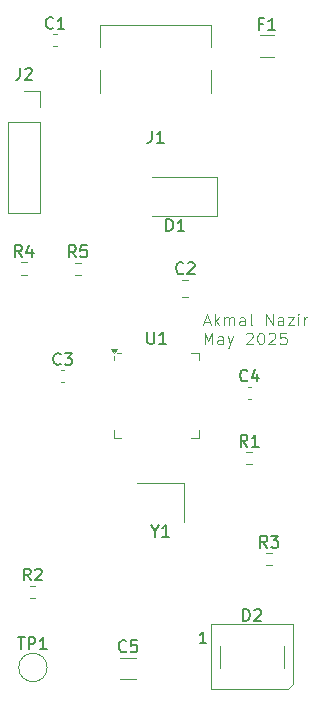
<source format=gbr>
%TF.GenerationSoftware,KiCad,Pcbnew,8.0.6*%
%TF.CreationDate,2025-05-14T20:02:39-04:00*%
%TF.ProjectId,touch_volume_controller,746f7563-685f-4766-9f6c-756d655f636f,rev?*%
%TF.SameCoordinates,Original*%
%TF.FileFunction,Legend,Top*%
%TF.FilePolarity,Positive*%
%FSLAX46Y46*%
G04 Gerber Fmt 4.6, Leading zero omitted, Abs format (unit mm)*
G04 Created by KiCad (PCBNEW 8.0.6) date 2025-05-14 20:02:39*
%MOMM*%
%LPD*%
G01*
G04 APERTURE LIST*
%ADD10C,0.100000*%
%ADD11C,0.150000*%
%ADD12C,0.120000*%
G04 APERTURE END LIST*
D10*
X46204865Y-74710160D02*
X46681055Y-74710160D01*
X46109627Y-74995875D02*
X46442960Y-73995875D01*
X46442960Y-73995875D02*
X46776293Y-74995875D01*
X47109627Y-74995875D02*
X47109627Y-73995875D01*
X47204865Y-74614922D02*
X47490579Y-74995875D01*
X47490579Y-74329208D02*
X47109627Y-74710160D01*
X47919151Y-74995875D02*
X47919151Y-74329208D01*
X47919151Y-74424446D02*
X47966770Y-74376827D01*
X47966770Y-74376827D02*
X48062008Y-74329208D01*
X48062008Y-74329208D02*
X48204865Y-74329208D01*
X48204865Y-74329208D02*
X48300103Y-74376827D01*
X48300103Y-74376827D02*
X48347722Y-74472065D01*
X48347722Y-74472065D02*
X48347722Y-74995875D01*
X48347722Y-74472065D02*
X48395341Y-74376827D01*
X48395341Y-74376827D02*
X48490579Y-74329208D01*
X48490579Y-74329208D02*
X48633436Y-74329208D01*
X48633436Y-74329208D02*
X48728675Y-74376827D01*
X48728675Y-74376827D02*
X48776294Y-74472065D01*
X48776294Y-74472065D02*
X48776294Y-74995875D01*
X49681055Y-74995875D02*
X49681055Y-74472065D01*
X49681055Y-74472065D02*
X49633436Y-74376827D01*
X49633436Y-74376827D02*
X49538198Y-74329208D01*
X49538198Y-74329208D02*
X49347722Y-74329208D01*
X49347722Y-74329208D02*
X49252484Y-74376827D01*
X49681055Y-74948256D02*
X49585817Y-74995875D01*
X49585817Y-74995875D02*
X49347722Y-74995875D01*
X49347722Y-74995875D02*
X49252484Y-74948256D01*
X49252484Y-74948256D02*
X49204865Y-74853017D01*
X49204865Y-74853017D02*
X49204865Y-74757779D01*
X49204865Y-74757779D02*
X49252484Y-74662541D01*
X49252484Y-74662541D02*
X49347722Y-74614922D01*
X49347722Y-74614922D02*
X49585817Y-74614922D01*
X49585817Y-74614922D02*
X49681055Y-74567303D01*
X50300103Y-74995875D02*
X50204865Y-74948256D01*
X50204865Y-74948256D02*
X50157246Y-74853017D01*
X50157246Y-74853017D02*
X50157246Y-73995875D01*
X51442961Y-74995875D02*
X51442961Y-73995875D01*
X51442961Y-73995875D02*
X52014389Y-74995875D01*
X52014389Y-74995875D02*
X52014389Y-73995875D01*
X52919151Y-74995875D02*
X52919151Y-74472065D01*
X52919151Y-74472065D02*
X52871532Y-74376827D01*
X52871532Y-74376827D02*
X52776294Y-74329208D01*
X52776294Y-74329208D02*
X52585818Y-74329208D01*
X52585818Y-74329208D02*
X52490580Y-74376827D01*
X52919151Y-74948256D02*
X52823913Y-74995875D01*
X52823913Y-74995875D02*
X52585818Y-74995875D01*
X52585818Y-74995875D02*
X52490580Y-74948256D01*
X52490580Y-74948256D02*
X52442961Y-74853017D01*
X52442961Y-74853017D02*
X52442961Y-74757779D01*
X52442961Y-74757779D02*
X52490580Y-74662541D01*
X52490580Y-74662541D02*
X52585818Y-74614922D01*
X52585818Y-74614922D02*
X52823913Y-74614922D01*
X52823913Y-74614922D02*
X52919151Y-74567303D01*
X53300104Y-74329208D02*
X53823913Y-74329208D01*
X53823913Y-74329208D02*
X53300104Y-74995875D01*
X53300104Y-74995875D02*
X53823913Y-74995875D01*
X54204866Y-74995875D02*
X54204866Y-74329208D01*
X54204866Y-73995875D02*
X54157247Y-74043494D01*
X54157247Y-74043494D02*
X54204866Y-74091113D01*
X54204866Y-74091113D02*
X54252485Y-74043494D01*
X54252485Y-74043494D02*
X54204866Y-73995875D01*
X54204866Y-73995875D02*
X54204866Y-74091113D01*
X54681056Y-74995875D02*
X54681056Y-74329208D01*
X54681056Y-74519684D02*
X54728675Y-74424446D01*
X54728675Y-74424446D02*
X54776294Y-74376827D01*
X54776294Y-74376827D02*
X54871532Y-74329208D01*
X54871532Y-74329208D02*
X54966770Y-74329208D01*
X46252484Y-76605819D02*
X46252484Y-75605819D01*
X46252484Y-75605819D02*
X46585817Y-76320104D01*
X46585817Y-76320104D02*
X46919150Y-75605819D01*
X46919150Y-75605819D02*
X46919150Y-76605819D01*
X47823912Y-76605819D02*
X47823912Y-76082009D01*
X47823912Y-76082009D02*
X47776293Y-75986771D01*
X47776293Y-75986771D02*
X47681055Y-75939152D01*
X47681055Y-75939152D02*
X47490579Y-75939152D01*
X47490579Y-75939152D02*
X47395341Y-75986771D01*
X47823912Y-76558200D02*
X47728674Y-76605819D01*
X47728674Y-76605819D02*
X47490579Y-76605819D01*
X47490579Y-76605819D02*
X47395341Y-76558200D01*
X47395341Y-76558200D02*
X47347722Y-76462961D01*
X47347722Y-76462961D02*
X47347722Y-76367723D01*
X47347722Y-76367723D02*
X47395341Y-76272485D01*
X47395341Y-76272485D02*
X47490579Y-76224866D01*
X47490579Y-76224866D02*
X47728674Y-76224866D01*
X47728674Y-76224866D02*
X47823912Y-76177247D01*
X48204865Y-75939152D02*
X48442960Y-76605819D01*
X48681055Y-75939152D02*
X48442960Y-76605819D01*
X48442960Y-76605819D02*
X48347722Y-76843914D01*
X48347722Y-76843914D02*
X48300103Y-76891533D01*
X48300103Y-76891533D02*
X48204865Y-76939152D01*
X49776294Y-75701057D02*
X49823913Y-75653438D01*
X49823913Y-75653438D02*
X49919151Y-75605819D01*
X49919151Y-75605819D02*
X50157246Y-75605819D01*
X50157246Y-75605819D02*
X50252484Y-75653438D01*
X50252484Y-75653438D02*
X50300103Y-75701057D01*
X50300103Y-75701057D02*
X50347722Y-75796295D01*
X50347722Y-75796295D02*
X50347722Y-75891533D01*
X50347722Y-75891533D02*
X50300103Y-76034390D01*
X50300103Y-76034390D02*
X49728675Y-76605819D01*
X49728675Y-76605819D02*
X50347722Y-76605819D01*
X50966770Y-75605819D02*
X51062008Y-75605819D01*
X51062008Y-75605819D02*
X51157246Y-75653438D01*
X51157246Y-75653438D02*
X51204865Y-75701057D01*
X51204865Y-75701057D02*
X51252484Y-75796295D01*
X51252484Y-75796295D02*
X51300103Y-75986771D01*
X51300103Y-75986771D02*
X51300103Y-76224866D01*
X51300103Y-76224866D02*
X51252484Y-76415342D01*
X51252484Y-76415342D02*
X51204865Y-76510580D01*
X51204865Y-76510580D02*
X51157246Y-76558200D01*
X51157246Y-76558200D02*
X51062008Y-76605819D01*
X51062008Y-76605819D02*
X50966770Y-76605819D01*
X50966770Y-76605819D02*
X50871532Y-76558200D01*
X50871532Y-76558200D02*
X50823913Y-76510580D01*
X50823913Y-76510580D02*
X50776294Y-76415342D01*
X50776294Y-76415342D02*
X50728675Y-76224866D01*
X50728675Y-76224866D02*
X50728675Y-75986771D01*
X50728675Y-75986771D02*
X50776294Y-75796295D01*
X50776294Y-75796295D02*
X50823913Y-75701057D01*
X50823913Y-75701057D02*
X50871532Y-75653438D01*
X50871532Y-75653438D02*
X50966770Y-75605819D01*
X51681056Y-75701057D02*
X51728675Y-75653438D01*
X51728675Y-75653438D02*
X51823913Y-75605819D01*
X51823913Y-75605819D02*
X52062008Y-75605819D01*
X52062008Y-75605819D02*
X52157246Y-75653438D01*
X52157246Y-75653438D02*
X52204865Y-75701057D01*
X52204865Y-75701057D02*
X52252484Y-75796295D01*
X52252484Y-75796295D02*
X52252484Y-75891533D01*
X52252484Y-75891533D02*
X52204865Y-76034390D01*
X52204865Y-76034390D02*
X51633437Y-76605819D01*
X51633437Y-76605819D02*
X52252484Y-76605819D01*
X53157246Y-75605819D02*
X52681056Y-75605819D01*
X52681056Y-75605819D02*
X52633437Y-76082009D01*
X52633437Y-76082009D02*
X52681056Y-76034390D01*
X52681056Y-76034390D02*
X52776294Y-75986771D01*
X52776294Y-75986771D02*
X53014389Y-75986771D01*
X53014389Y-75986771D02*
X53109627Y-76034390D01*
X53109627Y-76034390D02*
X53157246Y-76082009D01*
X53157246Y-76082009D02*
X53204865Y-76177247D01*
X53204865Y-76177247D02*
X53204865Y-76415342D01*
X53204865Y-76415342D02*
X53157246Y-76510580D01*
X53157246Y-76510580D02*
X53109627Y-76558200D01*
X53109627Y-76558200D02*
X53014389Y-76605819D01*
X53014389Y-76605819D02*
X52776294Y-76605819D01*
X52776294Y-76605819D02*
X52681056Y-76558200D01*
X52681056Y-76558200D02*
X52633437Y-76510580D01*
D11*
X30795933Y-69205019D02*
X30462600Y-68728828D01*
X30224505Y-69205019D02*
X30224505Y-68205019D01*
X30224505Y-68205019D02*
X30605457Y-68205019D01*
X30605457Y-68205019D02*
X30700695Y-68252638D01*
X30700695Y-68252638D02*
X30748314Y-68300257D01*
X30748314Y-68300257D02*
X30795933Y-68395495D01*
X30795933Y-68395495D02*
X30795933Y-68538352D01*
X30795933Y-68538352D02*
X30748314Y-68633590D01*
X30748314Y-68633590D02*
X30700695Y-68681209D01*
X30700695Y-68681209D02*
X30605457Y-68728828D01*
X30605457Y-68728828D02*
X30224505Y-68728828D01*
X31653076Y-68538352D02*
X31653076Y-69205019D01*
X31414981Y-68157400D02*
X31176886Y-68871685D01*
X31176886Y-68871685D02*
X31795933Y-68871685D01*
X34072533Y-78253780D02*
X34024914Y-78301400D01*
X34024914Y-78301400D02*
X33882057Y-78349019D01*
X33882057Y-78349019D02*
X33786819Y-78349019D01*
X33786819Y-78349019D02*
X33643962Y-78301400D01*
X33643962Y-78301400D02*
X33548724Y-78206161D01*
X33548724Y-78206161D02*
X33501105Y-78110923D01*
X33501105Y-78110923D02*
X33453486Y-77920447D01*
X33453486Y-77920447D02*
X33453486Y-77777590D01*
X33453486Y-77777590D02*
X33501105Y-77587114D01*
X33501105Y-77587114D02*
X33548724Y-77491876D01*
X33548724Y-77491876D02*
X33643962Y-77396638D01*
X33643962Y-77396638D02*
X33786819Y-77349019D01*
X33786819Y-77349019D02*
X33882057Y-77349019D01*
X33882057Y-77349019D02*
X34024914Y-77396638D01*
X34024914Y-77396638D02*
X34072533Y-77444257D01*
X34405867Y-77349019D02*
X35024914Y-77349019D01*
X35024914Y-77349019D02*
X34691581Y-77729971D01*
X34691581Y-77729971D02*
X34834438Y-77729971D01*
X34834438Y-77729971D02*
X34929676Y-77777590D01*
X34929676Y-77777590D02*
X34977295Y-77825209D01*
X34977295Y-77825209D02*
X35024914Y-77920447D01*
X35024914Y-77920447D02*
X35024914Y-78158542D01*
X35024914Y-78158542D02*
X34977295Y-78253780D01*
X34977295Y-78253780D02*
X34929676Y-78301400D01*
X34929676Y-78301400D02*
X34834438Y-78349019D01*
X34834438Y-78349019D02*
X34548724Y-78349019D01*
X34548724Y-78349019D02*
X34453486Y-78301400D01*
X34453486Y-78301400D02*
X34405867Y-78253780D01*
X42051209Y-92407228D02*
X42051209Y-92883419D01*
X41717876Y-91883419D02*
X42051209Y-92407228D01*
X42051209Y-92407228D02*
X42384542Y-91883419D01*
X43241685Y-92883419D02*
X42670257Y-92883419D01*
X42955971Y-92883419D02*
X42955971Y-91883419D01*
X42955971Y-91883419D02*
X42860733Y-92026276D01*
X42860733Y-92026276D02*
X42765495Y-92121514D01*
X42765495Y-92121514D02*
X42670257Y-92169133D01*
X31532533Y-96586219D02*
X31199200Y-96110028D01*
X30961105Y-96586219D02*
X30961105Y-95586219D01*
X30961105Y-95586219D02*
X31342057Y-95586219D01*
X31342057Y-95586219D02*
X31437295Y-95633838D01*
X31437295Y-95633838D02*
X31484914Y-95681457D01*
X31484914Y-95681457D02*
X31532533Y-95776695D01*
X31532533Y-95776695D02*
X31532533Y-95919552D01*
X31532533Y-95919552D02*
X31484914Y-96014790D01*
X31484914Y-96014790D02*
X31437295Y-96062409D01*
X31437295Y-96062409D02*
X31342057Y-96110028D01*
X31342057Y-96110028D02*
X30961105Y-96110028D01*
X31913486Y-95681457D02*
X31961105Y-95633838D01*
X31961105Y-95633838D02*
X32056343Y-95586219D01*
X32056343Y-95586219D02*
X32294438Y-95586219D01*
X32294438Y-95586219D02*
X32389676Y-95633838D01*
X32389676Y-95633838D02*
X32437295Y-95681457D01*
X32437295Y-95681457D02*
X32484914Y-95776695D01*
X32484914Y-95776695D02*
X32484914Y-95871933D01*
X32484914Y-95871933D02*
X32437295Y-96014790D01*
X32437295Y-96014790D02*
X31865867Y-96586219D01*
X31865867Y-96586219D02*
X32484914Y-96586219D01*
X33437533Y-49805780D02*
X33389914Y-49853400D01*
X33389914Y-49853400D02*
X33247057Y-49901019D01*
X33247057Y-49901019D02*
X33151819Y-49901019D01*
X33151819Y-49901019D02*
X33008962Y-49853400D01*
X33008962Y-49853400D02*
X32913724Y-49758161D01*
X32913724Y-49758161D02*
X32866105Y-49662923D01*
X32866105Y-49662923D02*
X32818486Y-49472447D01*
X32818486Y-49472447D02*
X32818486Y-49329590D01*
X32818486Y-49329590D02*
X32866105Y-49139114D01*
X32866105Y-49139114D02*
X32913724Y-49043876D01*
X32913724Y-49043876D02*
X33008962Y-48948638D01*
X33008962Y-48948638D02*
X33151819Y-48901019D01*
X33151819Y-48901019D02*
X33247057Y-48901019D01*
X33247057Y-48901019D02*
X33389914Y-48948638D01*
X33389914Y-48948638D02*
X33437533Y-48996257D01*
X34389914Y-49901019D02*
X33818486Y-49901019D01*
X34104200Y-49901019D02*
X34104200Y-48901019D01*
X34104200Y-48901019D02*
X34008962Y-49043876D01*
X34008962Y-49043876D02*
X33913724Y-49139114D01*
X33913724Y-49139114D02*
X33818486Y-49186733D01*
X39609733Y-102573380D02*
X39562114Y-102621000D01*
X39562114Y-102621000D02*
X39419257Y-102668619D01*
X39419257Y-102668619D02*
X39324019Y-102668619D01*
X39324019Y-102668619D02*
X39181162Y-102621000D01*
X39181162Y-102621000D02*
X39085924Y-102525761D01*
X39085924Y-102525761D02*
X39038305Y-102430523D01*
X39038305Y-102430523D02*
X38990686Y-102240047D01*
X38990686Y-102240047D02*
X38990686Y-102097190D01*
X38990686Y-102097190D02*
X39038305Y-101906714D01*
X39038305Y-101906714D02*
X39085924Y-101811476D01*
X39085924Y-101811476D02*
X39181162Y-101716238D01*
X39181162Y-101716238D02*
X39324019Y-101668619D01*
X39324019Y-101668619D02*
X39419257Y-101668619D01*
X39419257Y-101668619D02*
X39562114Y-101716238D01*
X39562114Y-101716238D02*
X39609733Y-101763857D01*
X40514495Y-101668619D02*
X40038305Y-101668619D01*
X40038305Y-101668619D02*
X39990686Y-102144809D01*
X39990686Y-102144809D02*
X40038305Y-102097190D01*
X40038305Y-102097190D02*
X40133543Y-102049571D01*
X40133543Y-102049571D02*
X40371638Y-102049571D01*
X40371638Y-102049571D02*
X40466876Y-102097190D01*
X40466876Y-102097190D02*
X40514495Y-102144809D01*
X40514495Y-102144809D02*
X40562114Y-102240047D01*
X40562114Y-102240047D02*
X40562114Y-102478142D01*
X40562114Y-102478142D02*
X40514495Y-102573380D01*
X40514495Y-102573380D02*
X40466876Y-102621000D01*
X40466876Y-102621000D02*
X40371638Y-102668619D01*
X40371638Y-102668619D02*
X40133543Y-102668619D01*
X40133543Y-102668619D02*
X40038305Y-102621000D01*
X40038305Y-102621000D02*
X39990686Y-102573380D01*
X43026105Y-67013619D02*
X43026105Y-66013619D01*
X43026105Y-66013619D02*
X43264200Y-66013619D01*
X43264200Y-66013619D02*
X43407057Y-66061238D01*
X43407057Y-66061238D02*
X43502295Y-66156476D01*
X43502295Y-66156476D02*
X43549914Y-66251714D01*
X43549914Y-66251714D02*
X43597533Y-66442190D01*
X43597533Y-66442190D02*
X43597533Y-66585047D01*
X43597533Y-66585047D02*
X43549914Y-66775523D01*
X43549914Y-66775523D02*
X43502295Y-66870761D01*
X43502295Y-66870761D02*
X43407057Y-66966000D01*
X43407057Y-66966000D02*
X43264200Y-67013619D01*
X43264200Y-67013619D02*
X43026105Y-67013619D01*
X44549914Y-67013619D02*
X43978486Y-67013619D01*
X44264200Y-67013619D02*
X44264200Y-66013619D01*
X44264200Y-66013619D02*
X44168962Y-66156476D01*
X44168962Y-66156476D02*
X44073724Y-66251714D01*
X44073724Y-66251714D02*
X43978486Y-66299333D01*
X51547733Y-93817619D02*
X51214400Y-93341428D01*
X50976305Y-93817619D02*
X50976305Y-92817619D01*
X50976305Y-92817619D02*
X51357257Y-92817619D01*
X51357257Y-92817619D02*
X51452495Y-92865238D01*
X51452495Y-92865238D02*
X51500114Y-92912857D01*
X51500114Y-92912857D02*
X51547733Y-93008095D01*
X51547733Y-93008095D02*
X51547733Y-93150952D01*
X51547733Y-93150952D02*
X51500114Y-93246190D01*
X51500114Y-93246190D02*
X51452495Y-93293809D01*
X51452495Y-93293809D02*
X51357257Y-93341428D01*
X51357257Y-93341428D02*
X50976305Y-93341428D01*
X51881067Y-92817619D02*
X52500114Y-92817619D01*
X52500114Y-92817619D02*
X52166781Y-93198571D01*
X52166781Y-93198571D02*
X52309638Y-93198571D01*
X52309638Y-93198571D02*
X52404876Y-93246190D01*
X52404876Y-93246190D02*
X52452495Y-93293809D01*
X52452495Y-93293809D02*
X52500114Y-93389047D01*
X52500114Y-93389047D02*
X52500114Y-93627142D01*
X52500114Y-93627142D02*
X52452495Y-93722380D01*
X52452495Y-93722380D02*
X52404876Y-93770000D01*
X52404876Y-93770000D02*
X52309638Y-93817619D01*
X52309638Y-93817619D02*
X52023924Y-93817619D01*
X52023924Y-93817619D02*
X51928686Y-93770000D01*
X51928686Y-93770000D02*
X51881067Y-93722380D01*
X49871333Y-85257819D02*
X49538000Y-84781628D01*
X49299905Y-85257819D02*
X49299905Y-84257819D01*
X49299905Y-84257819D02*
X49680857Y-84257819D01*
X49680857Y-84257819D02*
X49776095Y-84305438D01*
X49776095Y-84305438D02*
X49823714Y-84353057D01*
X49823714Y-84353057D02*
X49871333Y-84448295D01*
X49871333Y-84448295D02*
X49871333Y-84591152D01*
X49871333Y-84591152D02*
X49823714Y-84686390D01*
X49823714Y-84686390D02*
X49776095Y-84734009D01*
X49776095Y-84734009D02*
X49680857Y-84781628D01*
X49680857Y-84781628D02*
X49299905Y-84781628D01*
X50823714Y-85257819D02*
X50252286Y-85257819D01*
X50538000Y-85257819D02*
X50538000Y-84257819D01*
X50538000Y-84257819D02*
X50442762Y-84400676D01*
X50442762Y-84400676D02*
X50347524Y-84495914D01*
X50347524Y-84495914D02*
X50252286Y-84543533D01*
X49871333Y-79650780D02*
X49823714Y-79698400D01*
X49823714Y-79698400D02*
X49680857Y-79746019D01*
X49680857Y-79746019D02*
X49585619Y-79746019D01*
X49585619Y-79746019D02*
X49442762Y-79698400D01*
X49442762Y-79698400D02*
X49347524Y-79603161D01*
X49347524Y-79603161D02*
X49299905Y-79507923D01*
X49299905Y-79507923D02*
X49252286Y-79317447D01*
X49252286Y-79317447D02*
X49252286Y-79174590D01*
X49252286Y-79174590D02*
X49299905Y-78984114D01*
X49299905Y-78984114D02*
X49347524Y-78888876D01*
X49347524Y-78888876D02*
X49442762Y-78793638D01*
X49442762Y-78793638D02*
X49585619Y-78746019D01*
X49585619Y-78746019D02*
X49680857Y-78746019D01*
X49680857Y-78746019D02*
X49823714Y-78793638D01*
X49823714Y-78793638D02*
X49871333Y-78841257D01*
X50728476Y-79079352D02*
X50728476Y-79746019D01*
X50490381Y-78698400D02*
X50252286Y-79412685D01*
X50252286Y-79412685D02*
X50871333Y-79412685D01*
X30462695Y-101419019D02*
X31034123Y-101419019D01*
X30748409Y-102419019D02*
X30748409Y-101419019D01*
X31367457Y-102419019D02*
X31367457Y-101419019D01*
X31367457Y-101419019D02*
X31748409Y-101419019D01*
X31748409Y-101419019D02*
X31843647Y-101466638D01*
X31843647Y-101466638D02*
X31891266Y-101514257D01*
X31891266Y-101514257D02*
X31938885Y-101609495D01*
X31938885Y-101609495D02*
X31938885Y-101752352D01*
X31938885Y-101752352D02*
X31891266Y-101847590D01*
X31891266Y-101847590D02*
X31843647Y-101895209D01*
X31843647Y-101895209D02*
X31748409Y-101942828D01*
X31748409Y-101942828D02*
X31367457Y-101942828D01*
X32891266Y-102419019D02*
X32319838Y-102419019D01*
X32605552Y-102419019D02*
X32605552Y-101419019D01*
X32605552Y-101419019D02*
X32510314Y-101561876D01*
X32510314Y-101561876D02*
X32415076Y-101657114D01*
X32415076Y-101657114D02*
X32319838Y-101704733D01*
X44461133Y-70561580D02*
X44413514Y-70609200D01*
X44413514Y-70609200D02*
X44270657Y-70656819D01*
X44270657Y-70656819D02*
X44175419Y-70656819D01*
X44175419Y-70656819D02*
X44032562Y-70609200D01*
X44032562Y-70609200D02*
X43937324Y-70513961D01*
X43937324Y-70513961D02*
X43889705Y-70418723D01*
X43889705Y-70418723D02*
X43842086Y-70228247D01*
X43842086Y-70228247D02*
X43842086Y-70085390D01*
X43842086Y-70085390D02*
X43889705Y-69894914D01*
X43889705Y-69894914D02*
X43937324Y-69799676D01*
X43937324Y-69799676D02*
X44032562Y-69704438D01*
X44032562Y-69704438D02*
X44175419Y-69656819D01*
X44175419Y-69656819D02*
X44270657Y-69656819D01*
X44270657Y-69656819D02*
X44413514Y-69704438D01*
X44413514Y-69704438D02*
X44461133Y-69752057D01*
X44842086Y-69752057D02*
X44889705Y-69704438D01*
X44889705Y-69704438D02*
X44984943Y-69656819D01*
X44984943Y-69656819D02*
X45223038Y-69656819D01*
X45223038Y-69656819D02*
X45318276Y-69704438D01*
X45318276Y-69704438D02*
X45365895Y-69752057D01*
X45365895Y-69752057D02*
X45413514Y-69847295D01*
X45413514Y-69847295D02*
X45413514Y-69942533D01*
X45413514Y-69942533D02*
X45365895Y-70085390D01*
X45365895Y-70085390D02*
X44794467Y-70656819D01*
X44794467Y-70656819D02*
X45413514Y-70656819D01*
X49528505Y-100028019D02*
X49528505Y-99028019D01*
X49528505Y-99028019D02*
X49766600Y-99028019D01*
X49766600Y-99028019D02*
X49909457Y-99075638D01*
X49909457Y-99075638D02*
X50004695Y-99170876D01*
X50004695Y-99170876D02*
X50052314Y-99266114D01*
X50052314Y-99266114D02*
X50099933Y-99456590D01*
X50099933Y-99456590D02*
X50099933Y-99599447D01*
X50099933Y-99599447D02*
X50052314Y-99789923D01*
X50052314Y-99789923D02*
X50004695Y-99885161D01*
X50004695Y-99885161D02*
X49909457Y-99980400D01*
X49909457Y-99980400D02*
X49766600Y-100028019D01*
X49766600Y-100028019D02*
X49528505Y-100028019D01*
X50480886Y-99123257D02*
X50528505Y-99075638D01*
X50528505Y-99075638D02*
X50623743Y-99028019D01*
X50623743Y-99028019D02*
X50861838Y-99028019D01*
X50861838Y-99028019D02*
X50957076Y-99075638D01*
X50957076Y-99075638D02*
X51004695Y-99123257D01*
X51004695Y-99123257D02*
X51052314Y-99218495D01*
X51052314Y-99218495D02*
X51052314Y-99313733D01*
X51052314Y-99313733D02*
X51004695Y-99456590D01*
X51004695Y-99456590D02*
X50433267Y-100028019D01*
X50433267Y-100028019D02*
X51052314Y-100028019D01*
X46402314Y-101928019D02*
X45830886Y-101928019D01*
X46116600Y-101928019D02*
X46116600Y-100928019D01*
X46116600Y-100928019D02*
X46021362Y-101070876D01*
X46021362Y-101070876D02*
X45926124Y-101166114D01*
X45926124Y-101166114D02*
X45830886Y-101213733D01*
X35367933Y-69230419D02*
X35034600Y-68754228D01*
X34796505Y-69230419D02*
X34796505Y-68230419D01*
X34796505Y-68230419D02*
X35177457Y-68230419D01*
X35177457Y-68230419D02*
X35272695Y-68278038D01*
X35272695Y-68278038D02*
X35320314Y-68325657D01*
X35320314Y-68325657D02*
X35367933Y-68420895D01*
X35367933Y-68420895D02*
X35367933Y-68563752D01*
X35367933Y-68563752D02*
X35320314Y-68658990D01*
X35320314Y-68658990D02*
X35272695Y-68706609D01*
X35272695Y-68706609D02*
X35177457Y-68754228D01*
X35177457Y-68754228D02*
X34796505Y-68754228D01*
X36272695Y-68230419D02*
X35796505Y-68230419D01*
X35796505Y-68230419D02*
X35748886Y-68706609D01*
X35748886Y-68706609D02*
X35796505Y-68658990D01*
X35796505Y-68658990D02*
X35891743Y-68611371D01*
X35891743Y-68611371D02*
X36129838Y-68611371D01*
X36129838Y-68611371D02*
X36225076Y-68658990D01*
X36225076Y-68658990D02*
X36272695Y-68706609D01*
X36272695Y-68706609D02*
X36320314Y-68801847D01*
X36320314Y-68801847D02*
X36320314Y-69039942D01*
X36320314Y-69039942D02*
X36272695Y-69135180D01*
X36272695Y-69135180D02*
X36225076Y-69182800D01*
X36225076Y-69182800D02*
X36129838Y-69230419D01*
X36129838Y-69230419D02*
X35891743Y-69230419D01*
X35891743Y-69230419D02*
X35796505Y-69182800D01*
X35796505Y-69182800D02*
X35748886Y-69135180D01*
X41779866Y-58541419D02*
X41779866Y-59255704D01*
X41779866Y-59255704D02*
X41732247Y-59398561D01*
X41732247Y-59398561D02*
X41637009Y-59493800D01*
X41637009Y-59493800D02*
X41494152Y-59541419D01*
X41494152Y-59541419D02*
X41398914Y-59541419D01*
X42779866Y-59541419D02*
X42208438Y-59541419D01*
X42494152Y-59541419D02*
X42494152Y-58541419D01*
X42494152Y-58541419D02*
X42398914Y-58684276D01*
X42398914Y-58684276D02*
X42303676Y-58779514D01*
X42303676Y-58779514D02*
X42208438Y-58827133D01*
X30628866Y-53209819D02*
X30628866Y-53924104D01*
X30628866Y-53924104D02*
X30581247Y-54066961D01*
X30581247Y-54066961D02*
X30486009Y-54162200D01*
X30486009Y-54162200D02*
X30343152Y-54209819D01*
X30343152Y-54209819D02*
X30247914Y-54209819D01*
X31057438Y-53305057D02*
X31105057Y-53257438D01*
X31105057Y-53257438D02*
X31200295Y-53209819D01*
X31200295Y-53209819D02*
X31438390Y-53209819D01*
X31438390Y-53209819D02*
X31533628Y-53257438D01*
X31533628Y-53257438D02*
X31581247Y-53305057D01*
X31581247Y-53305057D02*
X31628866Y-53400295D01*
X31628866Y-53400295D02*
X31628866Y-53495533D01*
X31628866Y-53495533D02*
X31581247Y-53638390D01*
X31581247Y-53638390D02*
X31009819Y-54209819D01*
X31009819Y-54209819D02*
X31628866Y-54209819D01*
X51177866Y-49444409D02*
X50844533Y-49444409D01*
X50844533Y-49968219D02*
X50844533Y-48968219D01*
X50844533Y-48968219D02*
X51320723Y-48968219D01*
X52225485Y-49968219D02*
X51654057Y-49968219D01*
X51939771Y-49968219D02*
X51939771Y-48968219D01*
X51939771Y-48968219D02*
X51844533Y-49111076D01*
X51844533Y-49111076D02*
X51749295Y-49206314D01*
X51749295Y-49206314D02*
X51654057Y-49253933D01*
X41411695Y-75557719D02*
X41411695Y-76367242D01*
X41411695Y-76367242D02*
X41459314Y-76462480D01*
X41459314Y-76462480D02*
X41506933Y-76510100D01*
X41506933Y-76510100D02*
X41602171Y-76557719D01*
X41602171Y-76557719D02*
X41792647Y-76557719D01*
X41792647Y-76557719D02*
X41887885Y-76510100D01*
X41887885Y-76510100D02*
X41935504Y-76462480D01*
X41935504Y-76462480D02*
X41983123Y-76367242D01*
X41983123Y-76367242D02*
X41983123Y-75557719D01*
X42983123Y-76557719D02*
X42411695Y-76557719D01*
X42697409Y-76557719D02*
X42697409Y-75557719D01*
X42697409Y-75557719D02*
X42602171Y-75700576D01*
X42602171Y-75700576D02*
X42506933Y-75795814D01*
X42506933Y-75795814D02*
X42411695Y-75843433D01*
D12*
%TO.C,R4*%
X30725342Y-69657700D02*
X31199858Y-69657700D01*
X30725342Y-70702700D02*
X31199858Y-70702700D01*
%TO.C,C3*%
X34098620Y-78814200D02*
X34379780Y-78814200D01*
X34098620Y-79834200D02*
X34379780Y-79834200D01*
%TO.C,Y1*%
X44527400Y-88328600D02*
X40527400Y-88328600D01*
X44527400Y-91628600D02*
X44527400Y-88328600D01*
%TO.C,R2*%
X31461942Y-97038900D02*
X31936458Y-97038900D01*
X31461942Y-98083900D02*
X31936458Y-98083900D01*
%TO.C,C1*%
X33463620Y-50366200D02*
X33744780Y-50366200D01*
X33463620Y-51386200D02*
X33744780Y-51386200D01*
%TO.C,C5*%
X39065148Y-103153800D02*
X40487652Y-103153800D01*
X39065148Y-104973800D02*
X40487652Y-104973800D01*
%TO.C,D1*%
X47274200Y-62408800D02*
X41764200Y-62408800D01*
X47274200Y-65708800D02*
X41764200Y-65708800D01*
X47274200Y-65708800D02*
X47274200Y-62408800D01*
%TO.C,R3*%
X51477142Y-94270300D02*
X51951658Y-94270300D01*
X51477142Y-95315300D02*
X51951658Y-95315300D01*
%TO.C,R1*%
X49800742Y-85710500D02*
X50275258Y-85710500D01*
X49800742Y-86755500D02*
X50275258Y-86755500D01*
%TO.C,C4*%
X49897420Y-80211200D02*
X50178580Y-80211200D01*
X49897420Y-81231200D02*
X50178580Y-81231200D01*
%TO.C,TP1*%
X32924600Y-103962200D02*
G75*
G02*
X30524600Y-103962200I-1200000J0D01*
G01*
X30524600Y-103962200D02*
G75*
G02*
X32924600Y-103962200I1200000J0D01*
G01*
%TO.C,C2*%
X44366548Y-71147000D02*
X44889052Y-71147000D01*
X44366548Y-72617000D02*
X44889052Y-72617000D01*
%TO.C,D2*%
X46766600Y-100323200D02*
X46766600Y-105823200D01*
X46766600Y-100323200D02*
X53766600Y-100323200D01*
X46766600Y-105823200D02*
X53316600Y-105823200D01*
X47566600Y-103973200D02*
X47566600Y-102173200D01*
X52966600Y-103973200D02*
X52966600Y-102173200D01*
X53316600Y-105823200D02*
X53766600Y-105373200D01*
X53766600Y-105373200D02*
X53766600Y-100323200D01*
%TO.C,R5*%
X35297342Y-69683100D02*
X35771858Y-69683100D01*
X35297342Y-70728100D02*
X35771858Y-70728100D01*
%TO.C,J1*%
X37413200Y-51441600D02*
X37413200Y-49541600D01*
X37413200Y-55341600D02*
X37413200Y-53341600D01*
X46813200Y-49541600D02*
X37413200Y-49541600D01*
X46813200Y-51441600D02*
X46813200Y-49541600D01*
X46813200Y-55341600D02*
X46813200Y-53341600D01*
%TO.C,J2*%
X29632200Y-57795000D02*
X29632200Y-65475000D01*
X29632200Y-57795000D02*
X32292200Y-57795000D01*
X29632200Y-65475000D02*
X32292200Y-65475000D01*
X30962200Y-55195000D02*
X32292200Y-55195000D01*
X32292200Y-55195000D02*
X32292200Y-56525000D01*
X32292200Y-57795000D02*
X32292200Y-65475000D01*
%TO.C,F1*%
X50909136Y-50423400D02*
X52113264Y-50423400D01*
X50909136Y-52243400D02*
X52113264Y-52243400D01*
%TO.C,U1*%
X38563600Y-77972900D02*
X38563600Y-77562900D01*
X38563600Y-84542900D02*
X38563600Y-83892900D01*
X39213600Y-77322900D02*
X38863600Y-77322900D01*
X39213600Y-84542900D02*
X38563600Y-84542900D01*
X45133600Y-77322900D02*
X45783600Y-77322900D01*
X45133600Y-84542900D02*
X45783600Y-84542900D01*
X45783600Y-77322900D02*
X45783600Y-77972900D01*
X45783600Y-84542900D02*
X45783600Y-83892900D01*
X38563600Y-77322900D02*
X38323600Y-76992900D01*
X38803600Y-76992900D01*
X38563600Y-77322900D01*
G36*
X38563600Y-77322900D02*
G01*
X38323600Y-76992900D01*
X38803600Y-76992900D01*
X38563600Y-77322900D01*
G37*
%TD*%
M02*

</source>
